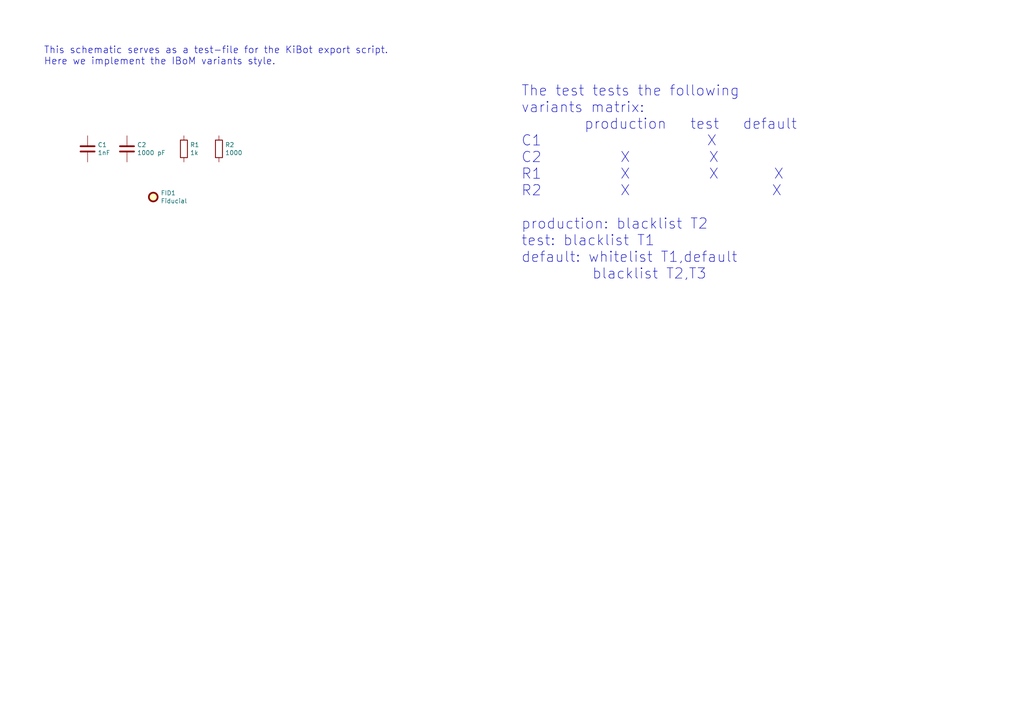
<source format=kicad_sch>
(kicad_sch (version 20211123) (generator eeschema)
  (paper "A4")
  (title_block (title "KiBom Test Schematic") (date "2020-03-12") (rev "A") (company "https://github.com/SchrodingersGat/KiBom"))
  (lib_symbols
    (symbol "Device:C" (pin_numbers hide) (pin_names (offset 0.254))
      (property "Reference" "C" (at 0.635 2.54 0))
      (property "Value" "C" (at 0.635 -2.54 0))
      (symbol "C_0_1"
        (polyline (pts (xy -2.032 -0.762) (xy 2.032 -0.762)) (stroke (width 0.508)))
        (polyline (pts (xy -2.032 0.762) (xy 2.032 0.762)) (stroke (width 0.508)))
      )
      (symbol "C_1_1"
        (pin passive line (at 0 3.81 270) (length 2.794) (name "~") (number "1"))
        (pin passive line (at 0 -3.81 90) (length 2.794) (name "~") (number "2"))
      )
    )
    (symbol "Device:R" (pin_numbers hide) (pin_names (offset 0))
      (property "Reference" "R" (at 2.032 0 90))
      (property "Value" "R" (at 0 0 90))
      (symbol "R_0_1"
        (rectangle (start -1.016 -2.54) (end 1.016 2.54) (stroke (width 0.254)))
      )
      (symbol "R_1_1"
        (pin passive line (at 0 3.81 270) (length 1.27) (name "~") (number "1"))
        (pin passive line (at 0 -3.81 90) (length 1.27) (name "~") (number "2"))
      )
    )
    (symbol "Mechanical:Fiducial"
      (property "Reference" "FID" (at 0 5.08 0))
      (property "Value" "Fiducial" (at 0 3.175 0))
      (symbol "Fiducial_0_1"
        (circle (center 0 0) (radius 1.27) (stroke (width 0.508)) (fill (type background)))
      )
    )
  )
  (text "This schematic serves as a test-file for the KiBot export script.\nHere we implement the IBoM variants style." (at 12.7 19.05 0) (effects (font (size 2.0066 2.0066)) (justify left bottom)))
  (text "The test tests the following \nvariants matrix:\n        production   test   default\nC1                     X\nC2          X          X\nR1          X          X       X\nR2          X                  X\n\nproduction: blacklist T2\ntest: blacklist T1\ndefault: whitelist T1,default \n         blacklist T2,T3" (at 151.13 81.28 0) (effects (font (size 2.9972 2.9972)) (justify left bottom)))
  (symbol (lib_id "Device:C") (at 25.4 43.18 0) (unit 1)
    (property "Reference" "C1" (at 28.321 42.0116 0) (effects (justify left)))
    (property "Value" "1nF" (at 28.321 44.323 0) (effects (justify left)))
    (property "Footprint" "Capacitor_SMD:C_0805_2012Metric" (effects hide))
    (property "Config" "T2" (effects hide))
  )
  (symbol (lib_id "Device:C") (at 36.83 43.18 0) (unit 1)
    (property "Reference" "C2" (at 39.751 42.0116 0) (effects (justify left)))
    (property "Value" "1000 pF" (at 39.751 44.323 0) (effects (justify left)))
    (property "Footprint" "Capacitor_SMD:C_0805_2012Metric" (effects hide))
    (property "Config" "T3" (effects hide))
  )
  (symbol (lib_id "Device:R") (at 53.34 43.18 0) (unit 1)
    (property "Reference" "R1" (at 55.118 42.0116 0) (effects (justify left)))
    (property "Value" "1k" (at 55.118 44.323 0) (effects (justify left)))
    (property "Footprint" "Resistor_SMD:R_0805_2012Metric" (effects hide))
    (property "Config" "default" (effects hide))
  )
  (symbol (lib_id "Device:R") (at 63.5 43.18 0) (unit 1)
    (property "Reference" "R2" (at 65.278 42.0116 0) (effects (justify left)))
    (property "Value" "1000" (at 65.278 44.323 0) (effects (justify left)))
    (property "Footprint" "Resistor_SMD:R_0805_2012Metric" (effects hide))
    (property "Config" "T1" (effects hide))
    (property "default:_3D_model" "${KICAD6_3DMODEL_DIR}/Resistor_SMD.3dshapes/R_2010_5025Metric.wrl" (effects hide))
  )
  (symbol (lib_id "Mechanical:Fiducial") (at 44.45 57.15 0) (unit 1)
    (property "Reference" "FID1" (at 46.609 55.9816 0) (effects (justify left)))
    (property "Value" "Fiducial" (at 46.609 58.293 0) (effects (justify left)))
    (property "Footprint" "Fiducial:Fiducial_0.5mm_Mask1mm" (effects hide))
  )
)
</source>
